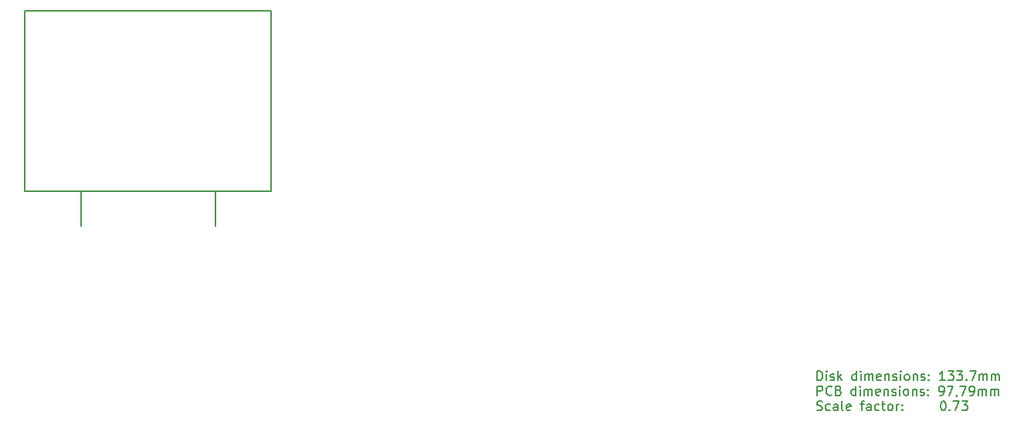
<source format=gbr>
G04 #@! TF.GenerationSoftware,KiCad,Pcbnew,(5.1.5)-3*
G04 #@! TF.CreationDate,2020-10-01T21:29:28+02:00*
G04 #@! TF.ProjectId,C64 Pi1541-II Module,43363420-5069-4313-9534-312d4949204d,rev?*
G04 #@! TF.SameCoordinates,Original*
G04 #@! TF.FileFunction,OtherDrawing,Comment*
%FSLAX46Y46*%
G04 Gerber Fmt 4.6, Leading zero omitted, Abs format (unit mm)*
G04 Created by KiCad (PCBNEW (5.1.5)-3) date 2020-10-01 21:29:28*
%MOMM*%
%LPD*%
G04 APERTURE LIST*
%ADD10C,0.150000*%
G04 APERTURE END LIST*
D10*
X181310595Y-101672380D02*
X181310595Y-100672380D01*
X181548690Y-100672380D01*
X181691547Y-100720000D01*
X181786785Y-100815238D01*
X181834404Y-100910476D01*
X181882023Y-101100952D01*
X181882023Y-101243809D01*
X181834404Y-101434285D01*
X181786785Y-101529523D01*
X181691547Y-101624761D01*
X181548690Y-101672380D01*
X181310595Y-101672380D01*
X182310595Y-101672380D02*
X182310595Y-101005714D01*
X182310595Y-100672380D02*
X182262976Y-100720000D01*
X182310595Y-100767619D01*
X182358214Y-100720000D01*
X182310595Y-100672380D01*
X182310595Y-100767619D01*
X182739166Y-101624761D02*
X182834404Y-101672380D01*
X183024880Y-101672380D01*
X183120119Y-101624761D01*
X183167738Y-101529523D01*
X183167738Y-101481904D01*
X183120119Y-101386666D01*
X183024880Y-101339047D01*
X182882023Y-101339047D01*
X182786785Y-101291428D01*
X182739166Y-101196190D01*
X182739166Y-101148571D01*
X182786785Y-101053333D01*
X182882023Y-101005714D01*
X183024880Y-101005714D01*
X183120119Y-101053333D01*
X183596309Y-101672380D02*
X183596309Y-100672380D01*
X183691547Y-101291428D02*
X183977261Y-101672380D01*
X183977261Y-101005714D02*
X183596309Y-101386666D01*
X185596309Y-101672380D02*
X185596309Y-100672380D01*
X185596309Y-101624761D02*
X185501071Y-101672380D01*
X185310595Y-101672380D01*
X185215357Y-101624761D01*
X185167738Y-101577142D01*
X185120119Y-101481904D01*
X185120119Y-101196190D01*
X185167738Y-101100952D01*
X185215357Y-101053333D01*
X185310595Y-101005714D01*
X185501071Y-101005714D01*
X185596309Y-101053333D01*
X186072500Y-101672380D02*
X186072500Y-101005714D01*
X186072500Y-100672380D02*
X186024880Y-100720000D01*
X186072500Y-100767619D01*
X186120119Y-100720000D01*
X186072500Y-100672380D01*
X186072500Y-100767619D01*
X186548690Y-101672380D02*
X186548690Y-101005714D01*
X186548690Y-101100952D02*
X186596309Y-101053333D01*
X186691547Y-101005714D01*
X186834404Y-101005714D01*
X186929642Y-101053333D01*
X186977261Y-101148571D01*
X186977261Y-101672380D01*
X186977261Y-101148571D02*
X187024880Y-101053333D01*
X187120119Y-101005714D01*
X187262976Y-101005714D01*
X187358214Y-101053333D01*
X187405833Y-101148571D01*
X187405833Y-101672380D01*
X188262976Y-101624761D02*
X188167738Y-101672380D01*
X187977261Y-101672380D01*
X187882023Y-101624761D01*
X187834404Y-101529523D01*
X187834404Y-101148571D01*
X187882023Y-101053333D01*
X187977261Y-101005714D01*
X188167738Y-101005714D01*
X188262976Y-101053333D01*
X188310595Y-101148571D01*
X188310595Y-101243809D01*
X187834404Y-101339047D01*
X188739166Y-101005714D02*
X188739166Y-101672380D01*
X188739166Y-101100952D02*
X188786785Y-101053333D01*
X188882023Y-101005714D01*
X189024880Y-101005714D01*
X189120119Y-101053333D01*
X189167738Y-101148571D01*
X189167738Y-101672380D01*
X189596309Y-101624761D02*
X189691547Y-101672380D01*
X189882023Y-101672380D01*
X189977261Y-101624761D01*
X190024880Y-101529523D01*
X190024880Y-101481904D01*
X189977261Y-101386666D01*
X189882023Y-101339047D01*
X189739166Y-101339047D01*
X189643928Y-101291428D01*
X189596309Y-101196190D01*
X189596309Y-101148571D01*
X189643928Y-101053333D01*
X189739166Y-101005714D01*
X189882023Y-101005714D01*
X189977261Y-101053333D01*
X190453452Y-101672380D02*
X190453452Y-101005714D01*
X190453452Y-100672380D02*
X190405833Y-100720000D01*
X190453452Y-100767619D01*
X190501071Y-100720000D01*
X190453452Y-100672380D01*
X190453452Y-100767619D01*
X191072500Y-101672380D02*
X190977261Y-101624761D01*
X190929642Y-101577142D01*
X190882023Y-101481904D01*
X190882023Y-101196190D01*
X190929642Y-101100952D01*
X190977261Y-101053333D01*
X191072500Y-101005714D01*
X191215357Y-101005714D01*
X191310595Y-101053333D01*
X191358214Y-101100952D01*
X191405833Y-101196190D01*
X191405833Y-101481904D01*
X191358214Y-101577142D01*
X191310595Y-101624761D01*
X191215357Y-101672380D01*
X191072500Y-101672380D01*
X191834404Y-101005714D02*
X191834404Y-101672380D01*
X191834404Y-101100952D02*
X191882023Y-101053333D01*
X191977261Y-101005714D01*
X192120119Y-101005714D01*
X192215357Y-101053333D01*
X192262976Y-101148571D01*
X192262976Y-101672380D01*
X192691547Y-101624761D02*
X192786785Y-101672380D01*
X192977261Y-101672380D01*
X193072500Y-101624761D01*
X193120119Y-101529523D01*
X193120119Y-101481904D01*
X193072500Y-101386666D01*
X192977261Y-101339047D01*
X192834404Y-101339047D01*
X192739166Y-101291428D01*
X192691547Y-101196190D01*
X192691547Y-101148571D01*
X192739166Y-101053333D01*
X192834404Y-101005714D01*
X192977261Y-101005714D01*
X193072500Y-101053333D01*
X193548690Y-101577142D02*
X193596309Y-101624761D01*
X193548690Y-101672380D01*
X193501071Y-101624761D01*
X193548690Y-101577142D01*
X193548690Y-101672380D01*
X193548690Y-101053333D02*
X193596309Y-101100952D01*
X193548690Y-101148571D01*
X193501071Y-101100952D01*
X193548690Y-101053333D01*
X193548690Y-101148571D01*
X195310595Y-101672380D02*
X194739166Y-101672380D01*
X195024880Y-101672380D02*
X195024880Y-100672380D01*
X194929642Y-100815238D01*
X194834404Y-100910476D01*
X194739166Y-100958095D01*
X195643928Y-100672380D02*
X196262976Y-100672380D01*
X195929642Y-101053333D01*
X196072500Y-101053333D01*
X196167738Y-101100952D01*
X196215357Y-101148571D01*
X196262976Y-101243809D01*
X196262976Y-101481904D01*
X196215357Y-101577142D01*
X196167738Y-101624761D01*
X196072500Y-101672380D01*
X195786785Y-101672380D01*
X195691547Y-101624761D01*
X195643928Y-101577142D01*
X196596309Y-100672380D02*
X197215357Y-100672380D01*
X196882023Y-101053333D01*
X197024880Y-101053333D01*
X197120119Y-101100952D01*
X197167738Y-101148571D01*
X197215357Y-101243809D01*
X197215357Y-101481904D01*
X197167738Y-101577142D01*
X197120119Y-101624761D01*
X197024880Y-101672380D01*
X196739166Y-101672380D01*
X196643928Y-101624761D01*
X196596309Y-101577142D01*
X197643928Y-101577142D02*
X197691547Y-101624761D01*
X197643928Y-101672380D01*
X197596309Y-101624761D01*
X197643928Y-101577142D01*
X197643928Y-101672380D01*
X198024880Y-100672380D02*
X198691547Y-100672380D01*
X198262976Y-101672380D01*
X199072500Y-101672380D02*
X199072500Y-101005714D01*
X199072500Y-101100952D02*
X199120119Y-101053333D01*
X199215357Y-101005714D01*
X199358214Y-101005714D01*
X199453452Y-101053333D01*
X199501071Y-101148571D01*
X199501071Y-101672380D01*
X199501071Y-101148571D02*
X199548690Y-101053333D01*
X199643928Y-101005714D01*
X199786785Y-101005714D01*
X199882023Y-101053333D01*
X199929642Y-101148571D01*
X199929642Y-101672380D01*
X200405833Y-101672380D02*
X200405833Y-101005714D01*
X200405833Y-101100952D02*
X200453452Y-101053333D01*
X200548690Y-101005714D01*
X200691547Y-101005714D01*
X200786785Y-101053333D01*
X200834404Y-101148571D01*
X200834404Y-101672380D01*
X200834404Y-101148571D02*
X200882023Y-101053333D01*
X200977261Y-101005714D01*
X201120119Y-101005714D01*
X201215357Y-101053333D01*
X201262976Y-101148571D01*
X201262976Y-101672380D01*
X181310595Y-103322380D02*
X181310595Y-102322380D01*
X181691547Y-102322380D01*
X181786785Y-102370000D01*
X181834404Y-102417619D01*
X181882023Y-102512857D01*
X181882023Y-102655714D01*
X181834404Y-102750952D01*
X181786785Y-102798571D01*
X181691547Y-102846190D01*
X181310595Y-102846190D01*
X182882023Y-103227142D02*
X182834404Y-103274761D01*
X182691547Y-103322380D01*
X182596309Y-103322380D01*
X182453452Y-103274761D01*
X182358214Y-103179523D01*
X182310595Y-103084285D01*
X182262976Y-102893809D01*
X182262976Y-102750952D01*
X182310595Y-102560476D01*
X182358214Y-102465238D01*
X182453452Y-102370000D01*
X182596309Y-102322380D01*
X182691547Y-102322380D01*
X182834404Y-102370000D01*
X182882023Y-102417619D01*
X183643928Y-102798571D02*
X183786785Y-102846190D01*
X183834404Y-102893809D01*
X183882023Y-102989047D01*
X183882023Y-103131904D01*
X183834404Y-103227142D01*
X183786785Y-103274761D01*
X183691547Y-103322380D01*
X183310595Y-103322380D01*
X183310595Y-102322380D01*
X183643928Y-102322380D01*
X183739166Y-102370000D01*
X183786785Y-102417619D01*
X183834404Y-102512857D01*
X183834404Y-102608095D01*
X183786785Y-102703333D01*
X183739166Y-102750952D01*
X183643928Y-102798571D01*
X183310595Y-102798571D01*
X185501071Y-103322380D02*
X185501071Y-102322380D01*
X185501071Y-103274761D02*
X185405833Y-103322380D01*
X185215357Y-103322380D01*
X185120119Y-103274761D01*
X185072500Y-103227142D01*
X185024880Y-103131904D01*
X185024880Y-102846190D01*
X185072500Y-102750952D01*
X185120119Y-102703333D01*
X185215357Y-102655714D01*
X185405833Y-102655714D01*
X185501071Y-102703333D01*
X185977261Y-103322380D02*
X185977261Y-102655714D01*
X185977261Y-102322380D02*
X185929642Y-102370000D01*
X185977261Y-102417619D01*
X186024880Y-102370000D01*
X185977261Y-102322380D01*
X185977261Y-102417619D01*
X186453452Y-103322380D02*
X186453452Y-102655714D01*
X186453452Y-102750952D02*
X186501071Y-102703333D01*
X186596309Y-102655714D01*
X186739166Y-102655714D01*
X186834404Y-102703333D01*
X186882023Y-102798571D01*
X186882023Y-103322380D01*
X186882023Y-102798571D02*
X186929642Y-102703333D01*
X187024880Y-102655714D01*
X187167738Y-102655714D01*
X187262976Y-102703333D01*
X187310595Y-102798571D01*
X187310595Y-103322380D01*
X188167738Y-103274761D02*
X188072500Y-103322380D01*
X187882023Y-103322380D01*
X187786785Y-103274761D01*
X187739166Y-103179523D01*
X187739166Y-102798571D01*
X187786785Y-102703333D01*
X187882023Y-102655714D01*
X188072500Y-102655714D01*
X188167738Y-102703333D01*
X188215357Y-102798571D01*
X188215357Y-102893809D01*
X187739166Y-102989047D01*
X188643928Y-102655714D02*
X188643928Y-103322380D01*
X188643928Y-102750952D02*
X188691547Y-102703333D01*
X188786785Y-102655714D01*
X188929642Y-102655714D01*
X189024880Y-102703333D01*
X189072500Y-102798571D01*
X189072500Y-103322380D01*
X189501071Y-103274761D02*
X189596309Y-103322380D01*
X189786785Y-103322380D01*
X189882023Y-103274761D01*
X189929642Y-103179523D01*
X189929642Y-103131904D01*
X189882023Y-103036666D01*
X189786785Y-102989047D01*
X189643928Y-102989047D01*
X189548690Y-102941428D01*
X189501071Y-102846190D01*
X189501071Y-102798571D01*
X189548690Y-102703333D01*
X189643928Y-102655714D01*
X189786785Y-102655714D01*
X189882023Y-102703333D01*
X190358214Y-103322380D02*
X190358214Y-102655714D01*
X190358214Y-102322380D02*
X190310595Y-102370000D01*
X190358214Y-102417619D01*
X190405833Y-102370000D01*
X190358214Y-102322380D01*
X190358214Y-102417619D01*
X190977261Y-103322380D02*
X190882023Y-103274761D01*
X190834404Y-103227142D01*
X190786785Y-103131904D01*
X190786785Y-102846190D01*
X190834404Y-102750952D01*
X190882023Y-102703333D01*
X190977261Y-102655714D01*
X191120119Y-102655714D01*
X191215357Y-102703333D01*
X191262976Y-102750952D01*
X191310595Y-102846190D01*
X191310595Y-103131904D01*
X191262976Y-103227142D01*
X191215357Y-103274761D01*
X191120119Y-103322380D01*
X190977261Y-103322380D01*
X191739166Y-102655714D02*
X191739166Y-103322380D01*
X191739166Y-102750952D02*
X191786785Y-102703333D01*
X191882023Y-102655714D01*
X192024880Y-102655714D01*
X192120119Y-102703333D01*
X192167738Y-102798571D01*
X192167738Y-103322380D01*
X192596309Y-103274761D02*
X192691547Y-103322380D01*
X192882023Y-103322380D01*
X192977261Y-103274761D01*
X193024880Y-103179523D01*
X193024880Y-103131904D01*
X192977261Y-103036666D01*
X192882023Y-102989047D01*
X192739166Y-102989047D01*
X192643928Y-102941428D01*
X192596309Y-102846190D01*
X192596309Y-102798571D01*
X192643928Y-102703333D01*
X192739166Y-102655714D01*
X192882023Y-102655714D01*
X192977261Y-102703333D01*
X193453452Y-103227142D02*
X193501071Y-103274761D01*
X193453452Y-103322380D01*
X193405833Y-103274761D01*
X193453452Y-103227142D01*
X193453452Y-103322380D01*
X193453452Y-102703333D02*
X193501071Y-102750952D01*
X193453452Y-102798571D01*
X193405833Y-102750952D01*
X193453452Y-102703333D01*
X193453452Y-102798571D01*
X194739166Y-103322380D02*
X194929642Y-103322380D01*
X195024880Y-103274761D01*
X195072500Y-103227142D01*
X195167738Y-103084285D01*
X195215357Y-102893809D01*
X195215357Y-102512857D01*
X195167738Y-102417619D01*
X195120119Y-102370000D01*
X195024880Y-102322380D01*
X194834404Y-102322380D01*
X194739166Y-102370000D01*
X194691547Y-102417619D01*
X194643928Y-102512857D01*
X194643928Y-102750952D01*
X194691547Y-102846190D01*
X194739166Y-102893809D01*
X194834404Y-102941428D01*
X195024880Y-102941428D01*
X195120119Y-102893809D01*
X195167738Y-102846190D01*
X195215357Y-102750952D01*
X195548690Y-102322380D02*
X196215357Y-102322380D01*
X195786785Y-103322380D01*
X196643928Y-103274761D02*
X196643928Y-103322380D01*
X196596309Y-103417619D01*
X196548690Y-103465238D01*
X196977261Y-102322380D02*
X197643928Y-102322380D01*
X197215357Y-103322380D01*
X198072500Y-103322380D02*
X198262976Y-103322380D01*
X198358214Y-103274761D01*
X198405833Y-103227142D01*
X198501071Y-103084285D01*
X198548690Y-102893809D01*
X198548690Y-102512857D01*
X198501071Y-102417619D01*
X198453452Y-102370000D01*
X198358214Y-102322380D01*
X198167738Y-102322380D01*
X198072500Y-102370000D01*
X198024880Y-102417619D01*
X197977261Y-102512857D01*
X197977261Y-102750952D01*
X198024880Y-102846190D01*
X198072500Y-102893809D01*
X198167738Y-102941428D01*
X198358214Y-102941428D01*
X198453452Y-102893809D01*
X198501071Y-102846190D01*
X198548690Y-102750952D01*
X198977261Y-103322380D02*
X198977261Y-102655714D01*
X198977261Y-102750952D02*
X199024880Y-102703333D01*
X199120119Y-102655714D01*
X199262976Y-102655714D01*
X199358214Y-102703333D01*
X199405833Y-102798571D01*
X199405833Y-103322380D01*
X199405833Y-102798571D02*
X199453452Y-102703333D01*
X199548690Y-102655714D01*
X199691547Y-102655714D01*
X199786785Y-102703333D01*
X199834404Y-102798571D01*
X199834404Y-103322380D01*
X200310595Y-103322380D02*
X200310595Y-102655714D01*
X200310595Y-102750952D02*
X200358214Y-102703333D01*
X200453452Y-102655714D01*
X200596309Y-102655714D01*
X200691547Y-102703333D01*
X200739166Y-102798571D01*
X200739166Y-103322380D01*
X200739166Y-102798571D02*
X200786785Y-102703333D01*
X200882023Y-102655714D01*
X201024880Y-102655714D01*
X201120119Y-102703333D01*
X201167738Y-102798571D01*
X201167738Y-103322380D01*
X181262976Y-104924761D02*
X181405833Y-104972380D01*
X181643928Y-104972380D01*
X181739166Y-104924761D01*
X181786785Y-104877142D01*
X181834404Y-104781904D01*
X181834404Y-104686666D01*
X181786785Y-104591428D01*
X181739166Y-104543809D01*
X181643928Y-104496190D01*
X181453452Y-104448571D01*
X181358214Y-104400952D01*
X181310595Y-104353333D01*
X181262976Y-104258095D01*
X181262976Y-104162857D01*
X181310595Y-104067619D01*
X181358214Y-104020000D01*
X181453452Y-103972380D01*
X181691547Y-103972380D01*
X181834404Y-104020000D01*
X182691547Y-104924761D02*
X182596309Y-104972380D01*
X182405833Y-104972380D01*
X182310595Y-104924761D01*
X182262976Y-104877142D01*
X182215357Y-104781904D01*
X182215357Y-104496190D01*
X182262976Y-104400952D01*
X182310595Y-104353333D01*
X182405833Y-104305714D01*
X182596309Y-104305714D01*
X182691547Y-104353333D01*
X183548690Y-104972380D02*
X183548690Y-104448571D01*
X183501071Y-104353333D01*
X183405833Y-104305714D01*
X183215357Y-104305714D01*
X183120119Y-104353333D01*
X183548690Y-104924761D02*
X183453452Y-104972380D01*
X183215357Y-104972380D01*
X183120119Y-104924761D01*
X183072500Y-104829523D01*
X183072500Y-104734285D01*
X183120119Y-104639047D01*
X183215357Y-104591428D01*
X183453452Y-104591428D01*
X183548690Y-104543809D01*
X184167738Y-104972380D02*
X184072500Y-104924761D01*
X184024880Y-104829523D01*
X184024880Y-103972380D01*
X184929642Y-104924761D02*
X184834404Y-104972380D01*
X184643928Y-104972380D01*
X184548690Y-104924761D01*
X184501071Y-104829523D01*
X184501071Y-104448571D01*
X184548690Y-104353333D01*
X184643928Y-104305714D01*
X184834404Y-104305714D01*
X184929642Y-104353333D01*
X184977261Y-104448571D01*
X184977261Y-104543809D01*
X184501071Y-104639047D01*
X186024880Y-104305714D02*
X186405833Y-104305714D01*
X186167738Y-104972380D02*
X186167738Y-104115238D01*
X186215357Y-104020000D01*
X186310595Y-103972380D01*
X186405833Y-103972380D01*
X187167738Y-104972380D02*
X187167738Y-104448571D01*
X187120119Y-104353333D01*
X187024880Y-104305714D01*
X186834404Y-104305714D01*
X186739166Y-104353333D01*
X187167738Y-104924761D02*
X187072500Y-104972380D01*
X186834404Y-104972380D01*
X186739166Y-104924761D01*
X186691547Y-104829523D01*
X186691547Y-104734285D01*
X186739166Y-104639047D01*
X186834404Y-104591428D01*
X187072500Y-104591428D01*
X187167738Y-104543809D01*
X188072500Y-104924761D02*
X187977261Y-104972380D01*
X187786785Y-104972380D01*
X187691547Y-104924761D01*
X187643928Y-104877142D01*
X187596309Y-104781904D01*
X187596309Y-104496190D01*
X187643928Y-104400952D01*
X187691547Y-104353333D01*
X187786785Y-104305714D01*
X187977261Y-104305714D01*
X188072500Y-104353333D01*
X188358214Y-104305714D02*
X188739166Y-104305714D01*
X188501071Y-103972380D02*
X188501071Y-104829523D01*
X188548690Y-104924761D01*
X188643928Y-104972380D01*
X188739166Y-104972380D01*
X189215357Y-104972380D02*
X189120119Y-104924761D01*
X189072500Y-104877142D01*
X189024880Y-104781904D01*
X189024880Y-104496190D01*
X189072500Y-104400952D01*
X189120119Y-104353333D01*
X189215357Y-104305714D01*
X189358214Y-104305714D01*
X189453452Y-104353333D01*
X189501071Y-104400952D01*
X189548690Y-104496190D01*
X189548690Y-104781904D01*
X189501071Y-104877142D01*
X189453452Y-104924761D01*
X189358214Y-104972380D01*
X189215357Y-104972380D01*
X189977261Y-104972380D02*
X189977261Y-104305714D01*
X189977261Y-104496190D02*
X190024880Y-104400952D01*
X190072500Y-104353333D01*
X190167738Y-104305714D01*
X190262976Y-104305714D01*
X190596309Y-104877142D02*
X190643928Y-104924761D01*
X190596309Y-104972380D01*
X190548690Y-104924761D01*
X190596309Y-104877142D01*
X190596309Y-104972380D01*
X190596309Y-104353333D02*
X190643928Y-104400952D01*
X190596309Y-104448571D01*
X190548690Y-104400952D01*
X190596309Y-104353333D01*
X190596309Y-104448571D01*
X195072500Y-103972380D02*
X195167738Y-103972380D01*
X195262976Y-104020000D01*
X195310595Y-104067619D01*
X195358214Y-104162857D01*
X195405833Y-104353333D01*
X195405833Y-104591428D01*
X195358214Y-104781904D01*
X195310595Y-104877142D01*
X195262976Y-104924761D01*
X195167738Y-104972380D01*
X195072500Y-104972380D01*
X194977261Y-104924761D01*
X194929642Y-104877142D01*
X194882023Y-104781904D01*
X194834404Y-104591428D01*
X194834404Y-104353333D01*
X194882023Y-104162857D01*
X194929642Y-104067619D01*
X194977261Y-104020000D01*
X195072500Y-103972380D01*
X195834404Y-104877142D02*
X195882023Y-104924761D01*
X195834404Y-104972380D01*
X195786785Y-104924761D01*
X195834404Y-104877142D01*
X195834404Y-104972380D01*
X196215357Y-103972380D02*
X196882023Y-103972380D01*
X196453452Y-104972380D01*
X197167738Y-103972380D02*
X197786785Y-103972380D01*
X197453452Y-104353333D01*
X197596309Y-104353333D01*
X197691547Y-104400952D01*
X197739166Y-104448571D01*
X197786785Y-104543809D01*
X197786785Y-104781904D01*
X197739166Y-104877142D01*
X197691547Y-104924761D01*
X197596309Y-104972380D01*
X197310595Y-104972380D01*
X197215357Y-104924761D01*
X197167738Y-104877142D01*
X94450000Y-61120000D02*
X94450000Y-80920000D01*
X121450000Y-61120000D02*
X94450000Y-61120000D01*
X121450000Y-80920000D02*
X121450000Y-61120000D01*
X94450000Y-80920000D02*
X121450000Y-80920000D01*
X100550000Y-84720000D02*
X100550000Y-80920000D01*
X115350000Y-80920000D02*
X115350000Y-84720000D01*
M02*

</source>
